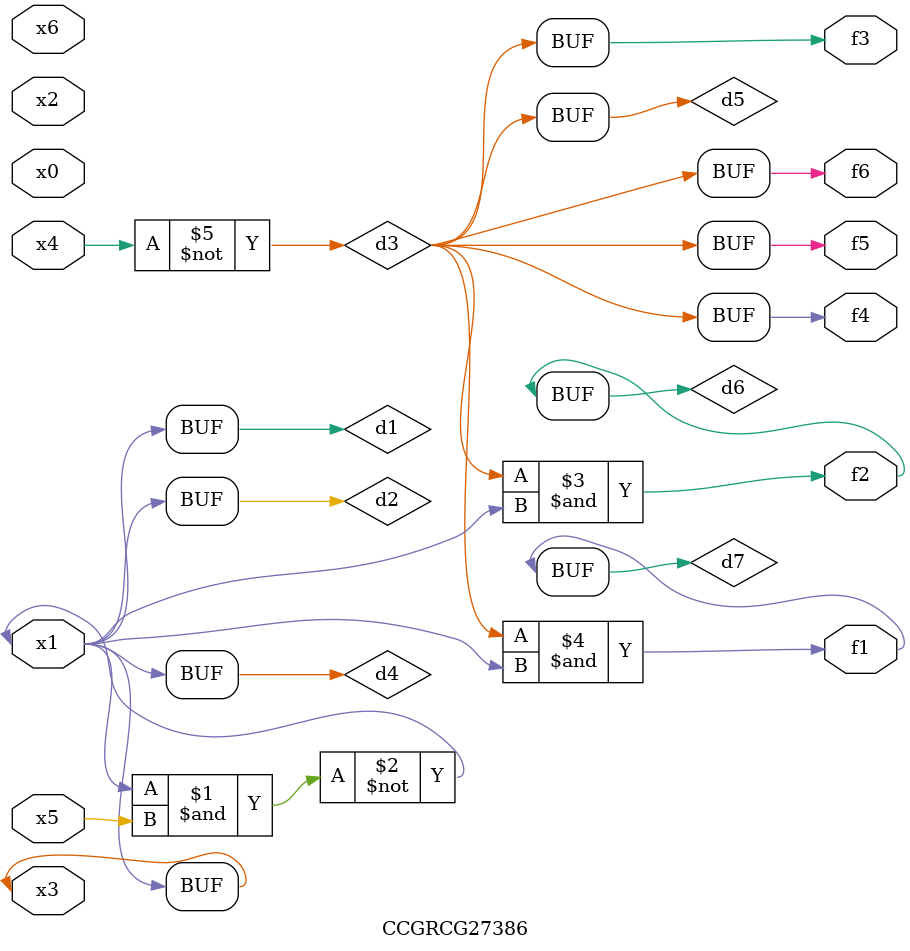
<source format=v>
module CCGRCG27386(
	input x0, x1, x2, x3, x4, x5, x6,
	output f1, f2, f3, f4, f5, f6
);

	wire d1, d2, d3, d4, d5, d6, d7;

	buf (d1, x1, x3);
	nand (d2, x1, x5);
	not (d3, x4);
	buf (d4, d1, d2);
	buf (d5, d3);
	and (d6, d3, d4);
	and (d7, d3, d4);
	assign f1 = d7;
	assign f2 = d6;
	assign f3 = d5;
	assign f4 = d5;
	assign f5 = d5;
	assign f6 = d5;
endmodule

</source>
